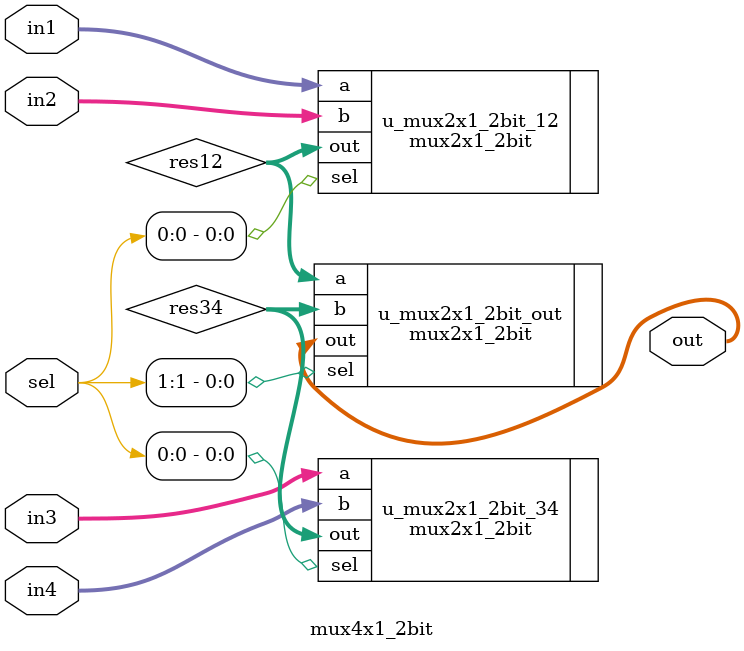
<source format=v>

module mux4x1_2bit(in1, in2, in3, in4, sel, out);
    input [1:0] in1;
    input [1:0] in2;
    input [1:0] in3;
    input [1:0] in4;
    input [1:0] sel;
    output reg [1:0] out;

    wire [1:0] res12;
    wire [1:0] res34;
    
    mux2x1_2bit u_mux2x1_2bit_12(
        .a   	( in1    ),
        .b   	( in2    ),
        .sel 	( sel[0]  ),
        .out 	( res12  )
    );

    mux2x1_2bit u_mux2x1_2bit_34(
        .a   	( in3    ),
        .b   	( in4   ),
        .sel 	( sel[0]  ),
        .out 	( res34  )
    );
    
    mux2x1_2bit u_mux2x1_2bit_out(
        .a   	( res12  ),
        .b   	( res34    ),
        .sel 	( sel[1]  ),
        .out 	( out  )
    );


endmodule

</source>
